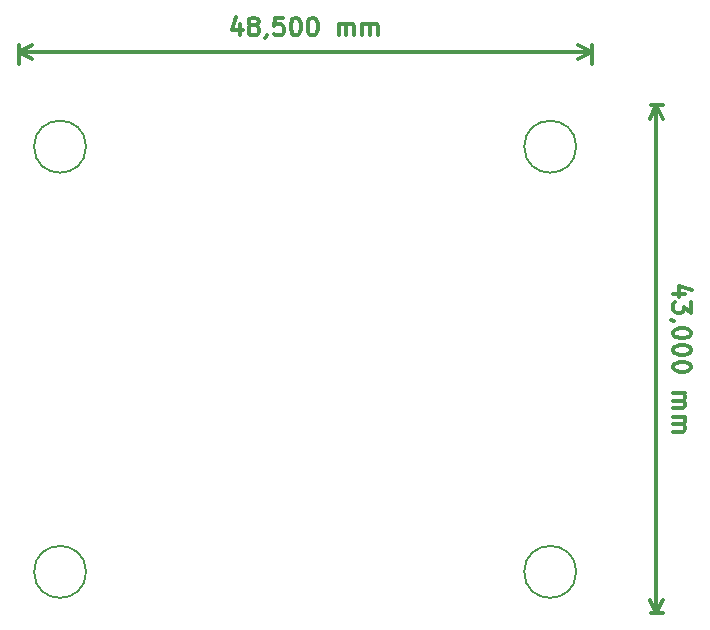
<source format=gbr>
G04 #@! TF.GenerationSoftware,KiCad,Pcbnew,5.0.2-bee76a0~70~ubuntu18.04.1*
G04 #@! TF.CreationDate,2019-03-04T23:14:38+01:00*
G04 #@! TF.ProjectId,anotterwatch,616e6f74-7465-4727-9761-7463682e6b69,rev?*
G04 #@! TF.SameCoordinates,Original*
G04 #@! TF.FileFunction,Other,Comment*
%FSLAX46Y46*%
G04 Gerber Fmt 4.6, Leading zero omitted, Abs format (unit mm)*
G04 Created by KiCad (PCBNEW 5.0.2-bee76a0~70~ubuntu18.04.1) date Mo 04 Mär 2019 23:14:38 CET*
%MOMM*%
%LPD*%
G01*
G04 APERTURE LIST*
%ADD10C,0.300000*%
%ADD11C,0.150000*%
G04 APERTURE END LIST*
D10*
X96750000Y-61578571D02*
X96750000Y-62578571D01*
X96392857Y-61007142D02*
X96035714Y-62078571D01*
X96964285Y-62078571D01*
X97750000Y-61721428D02*
X97607142Y-61650000D01*
X97535714Y-61578571D01*
X97464285Y-61435714D01*
X97464285Y-61364285D01*
X97535714Y-61221428D01*
X97607142Y-61150000D01*
X97750000Y-61078571D01*
X98035714Y-61078571D01*
X98178571Y-61150000D01*
X98250000Y-61221428D01*
X98321428Y-61364285D01*
X98321428Y-61435714D01*
X98250000Y-61578571D01*
X98178571Y-61650000D01*
X98035714Y-61721428D01*
X97750000Y-61721428D01*
X97607142Y-61792857D01*
X97535714Y-61864285D01*
X97464285Y-62007142D01*
X97464285Y-62292857D01*
X97535714Y-62435714D01*
X97607142Y-62507142D01*
X97750000Y-62578571D01*
X98035714Y-62578571D01*
X98178571Y-62507142D01*
X98250000Y-62435714D01*
X98321428Y-62292857D01*
X98321428Y-62007142D01*
X98250000Y-61864285D01*
X98178571Y-61792857D01*
X98035714Y-61721428D01*
X99035714Y-62507142D02*
X99035714Y-62578571D01*
X98964285Y-62721428D01*
X98892857Y-62792857D01*
X100392857Y-61078571D02*
X99678571Y-61078571D01*
X99607142Y-61792857D01*
X99678571Y-61721428D01*
X99821428Y-61650000D01*
X100178571Y-61650000D01*
X100321428Y-61721428D01*
X100392857Y-61792857D01*
X100464285Y-61935714D01*
X100464285Y-62292857D01*
X100392857Y-62435714D01*
X100321428Y-62507142D01*
X100178571Y-62578571D01*
X99821428Y-62578571D01*
X99678571Y-62507142D01*
X99607142Y-62435714D01*
X101392857Y-61078571D02*
X101535714Y-61078571D01*
X101678571Y-61150000D01*
X101750000Y-61221428D01*
X101821428Y-61364285D01*
X101892857Y-61650000D01*
X101892857Y-62007142D01*
X101821428Y-62292857D01*
X101750000Y-62435714D01*
X101678571Y-62507142D01*
X101535714Y-62578571D01*
X101392857Y-62578571D01*
X101250000Y-62507142D01*
X101178571Y-62435714D01*
X101107142Y-62292857D01*
X101035714Y-62007142D01*
X101035714Y-61650000D01*
X101107142Y-61364285D01*
X101178571Y-61221428D01*
X101250000Y-61150000D01*
X101392857Y-61078571D01*
X102821428Y-61078571D02*
X102964285Y-61078571D01*
X103107142Y-61150000D01*
X103178571Y-61221428D01*
X103250000Y-61364285D01*
X103321428Y-61650000D01*
X103321428Y-62007142D01*
X103250000Y-62292857D01*
X103178571Y-62435714D01*
X103107142Y-62507142D01*
X102964285Y-62578571D01*
X102821428Y-62578571D01*
X102678571Y-62507142D01*
X102607142Y-62435714D01*
X102535714Y-62292857D01*
X102464285Y-62007142D01*
X102464285Y-61650000D01*
X102535714Y-61364285D01*
X102607142Y-61221428D01*
X102678571Y-61150000D01*
X102821428Y-61078571D01*
X105107142Y-62578571D02*
X105107142Y-61578571D01*
X105107142Y-61721428D02*
X105178571Y-61650000D01*
X105321428Y-61578571D01*
X105535714Y-61578571D01*
X105678571Y-61650000D01*
X105750000Y-61792857D01*
X105750000Y-62578571D01*
X105750000Y-61792857D02*
X105821428Y-61650000D01*
X105964285Y-61578571D01*
X106178571Y-61578571D01*
X106321428Y-61650000D01*
X106392857Y-61792857D01*
X106392857Y-62578571D01*
X107107142Y-62578571D02*
X107107142Y-61578571D01*
X107107142Y-61721428D02*
X107178571Y-61650000D01*
X107321428Y-61578571D01*
X107535714Y-61578571D01*
X107678571Y-61650000D01*
X107750000Y-61792857D01*
X107750000Y-62578571D01*
X107750000Y-61792857D02*
X107821428Y-61650000D01*
X107964285Y-61578571D01*
X108178571Y-61578571D01*
X108321428Y-61650000D01*
X108392857Y-61792857D01*
X108392857Y-62578571D01*
X78000000Y-64000000D02*
X126500000Y-64000000D01*
X78000000Y-65000000D02*
X78000000Y-63413579D01*
X126500000Y-65000000D02*
X126500000Y-63413579D01*
X126500000Y-64000000D02*
X125373496Y-64586421D01*
X126500000Y-64000000D02*
X125373496Y-63413579D01*
X78000000Y-64000000D02*
X79126504Y-64586421D01*
X78000000Y-64000000D02*
X79126504Y-63413579D01*
X134421428Y-84500000D02*
X133421428Y-84500000D01*
X134992857Y-84142857D02*
X133921428Y-83785714D01*
X133921428Y-84714285D01*
X134921428Y-85142857D02*
X134921428Y-86071428D01*
X134350000Y-85571428D01*
X134350000Y-85785714D01*
X134278571Y-85928571D01*
X134207142Y-86000000D01*
X134064285Y-86071428D01*
X133707142Y-86071428D01*
X133564285Y-86000000D01*
X133492857Y-85928571D01*
X133421428Y-85785714D01*
X133421428Y-85357142D01*
X133492857Y-85214285D01*
X133564285Y-85142857D01*
X133492857Y-86785714D02*
X133421428Y-86785714D01*
X133278571Y-86714285D01*
X133207142Y-86642857D01*
X134921428Y-87714285D02*
X134921428Y-87857142D01*
X134850000Y-88000000D01*
X134778571Y-88071428D01*
X134635714Y-88142857D01*
X134350000Y-88214285D01*
X133992857Y-88214285D01*
X133707142Y-88142857D01*
X133564285Y-88071428D01*
X133492857Y-88000000D01*
X133421428Y-87857142D01*
X133421428Y-87714285D01*
X133492857Y-87571428D01*
X133564285Y-87500000D01*
X133707142Y-87428571D01*
X133992857Y-87357142D01*
X134350000Y-87357142D01*
X134635714Y-87428571D01*
X134778571Y-87500000D01*
X134850000Y-87571428D01*
X134921428Y-87714285D01*
X134921428Y-89142857D02*
X134921428Y-89285714D01*
X134850000Y-89428571D01*
X134778571Y-89500000D01*
X134635714Y-89571428D01*
X134350000Y-89642857D01*
X133992857Y-89642857D01*
X133707142Y-89571428D01*
X133564285Y-89500000D01*
X133492857Y-89428571D01*
X133421428Y-89285714D01*
X133421428Y-89142857D01*
X133492857Y-89000000D01*
X133564285Y-88928571D01*
X133707142Y-88857142D01*
X133992857Y-88785714D01*
X134350000Y-88785714D01*
X134635714Y-88857142D01*
X134778571Y-88928571D01*
X134850000Y-89000000D01*
X134921428Y-89142857D01*
X134921428Y-90571428D02*
X134921428Y-90714285D01*
X134850000Y-90857142D01*
X134778571Y-90928571D01*
X134635714Y-91000000D01*
X134350000Y-91071428D01*
X133992857Y-91071428D01*
X133707142Y-91000000D01*
X133564285Y-90928571D01*
X133492857Y-90857142D01*
X133421428Y-90714285D01*
X133421428Y-90571428D01*
X133492857Y-90428571D01*
X133564285Y-90357142D01*
X133707142Y-90285714D01*
X133992857Y-90214285D01*
X134350000Y-90214285D01*
X134635714Y-90285714D01*
X134778571Y-90357142D01*
X134850000Y-90428571D01*
X134921428Y-90571428D01*
X133421428Y-92857142D02*
X134421428Y-92857142D01*
X134278571Y-92857142D02*
X134350000Y-92928571D01*
X134421428Y-93071428D01*
X134421428Y-93285714D01*
X134350000Y-93428571D01*
X134207142Y-93500000D01*
X133421428Y-93500000D01*
X134207142Y-93500000D02*
X134350000Y-93571428D01*
X134421428Y-93714285D01*
X134421428Y-93928571D01*
X134350000Y-94071428D01*
X134207142Y-94142857D01*
X133421428Y-94142857D01*
X133421428Y-94857142D02*
X134421428Y-94857142D01*
X134278571Y-94857142D02*
X134350000Y-94928571D01*
X134421428Y-95071428D01*
X134421428Y-95285714D01*
X134350000Y-95428571D01*
X134207142Y-95500000D01*
X133421428Y-95500000D01*
X134207142Y-95500000D02*
X134350000Y-95571428D01*
X134421428Y-95714285D01*
X134421428Y-95928571D01*
X134350000Y-96071428D01*
X134207142Y-96142857D01*
X133421428Y-96142857D01*
X132000000Y-68500000D02*
X132000000Y-111500000D01*
X131500000Y-68500000D02*
X132586421Y-68500000D01*
X131500000Y-111500000D02*
X132586421Y-111500000D01*
X132000000Y-111500000D02*
X131413579Y-110373496D01*
X132000000Y-111500000D02*
X132586421Y-110373496D01*
X132000000Y-68500000D02*
X131413579Y-69626504D01*
X132000000Y-68500000D02*
X132586421Y-69626504D01*
D11*
G04 #@! TO.C,H4*
X83700000Y-108000000D02*
G75*
G03X83700000Y-108000000I-2200000J0D01*
G01*
G04 #@! TO.C,H3*
X83700000Y-72000000D02*
G75*
G03X83700000Y-72000000I-2200000J0D01*
G01*
G04 #@! TO.C,H1*
X125200000Y-108000000D02*
G75*
G03X125200000Y-108000000I-2200000J0D01*
G01*
G04 #@! TO.C,H2*
X125200000Y-72000000D02*
G75*
G03X125200000Y-72000000I-2200000J0D01*
G01*
G04 #@! TD*
M02*

</source>
